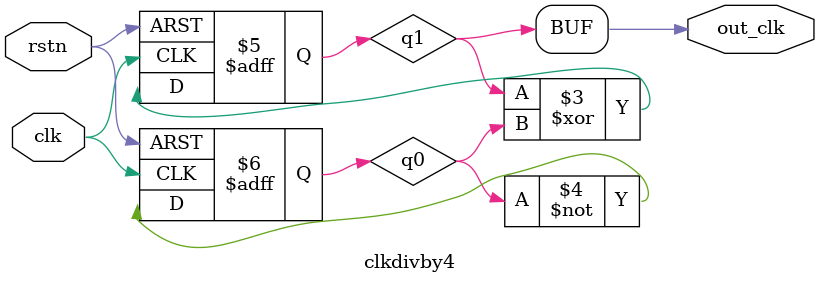
<source format=v>
`timescale 1ns / 1ps


module clkdivby4(
    input  wire clk,
    input  wire rstn,
    output wire out_clk
    );
    
    reg q1,q0;
    
    always@(posedge clk or negedge rstn) begin
        if(!rstn) begin
            q1 <= 1'b0;
            q0 <= 1'b0;
        end else begin
            q1 <= q1 ^ q0;
            q0 <= ~q0;
        end
    end
    
    assign out_clk = q1;
endmodule

</source>
